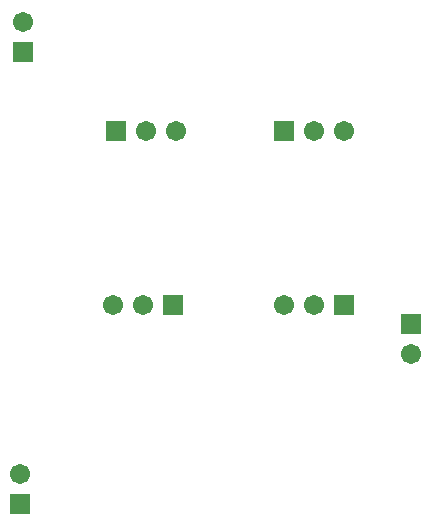
<source format=gbl>
G04 MADE WITH FRITZING*
G04 WWW.FRITZING.ORG*
G04 DOUBLE SIDED*
G04 HOLES PLATED*
G04 CONTOUR ON CENTER OF CONTOUR VECTOR*
%ASAXBY*%
%FSLAX23Y23*%
%MOIN*%
%OFA0B0*%
%SFA1.0B1.0*%
%ADD10C,0.067559*%
%ADD11R,0.067559X0.067559*%
%LNCOPPER0*%
G90*
G70*
G54D10*
X1586Y834D03*
X1586Y734D03*
X1161Y1479D03*
X1261Y1479D03*
X1361Y1479D03*
X603Y1479D03*
X703Y1479D03*
X803Y1479D03*
X793Y898D03*
X693Y898D03*
X593Y898D03*
X1361Y898D03*
X1261Y898D03*
X1161Y898D03*
X291Y1741D03*
X291Y1841D03*
X284Y234D03*
X284Y334D03*
G54D11*
X1586Y834D03*
X1161Y1479D03*
X603Y1479D03*
X793Y898D03*
X1361Y898D03*
X291Y1741D03*
X284Y234D03*
G04 End of Copper0*
M02*
</source>
